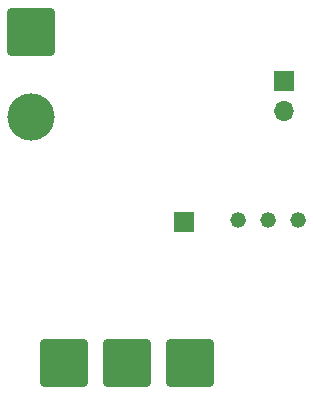
<source format=gbr>
G04 #@! TF.GenerationSoftware,KiCad,Pcbnew,(6.0.1)*
G04 #@! TF.CreationDate,2022-02-05T19:11:42-06:00*
G04 #@! TF.ProjectId,MCF8316A,4d434638-3331-4364-912e-6b696361645f,rev?*
G04 #@! TF.SameCoordinates,Original*
G04 #@! TF.FileFunction,Soldermask,Bot*
G04 #@! TF.FilePolarity,Negative*
%FSLAX46Y46*%
G04 Gerber Fmt 4.6, Leading zero omitted, Abs format (unit mm)*
G04 Created by KiCad (PCBNEW (6.0.1)) date 2022-02-05 19:11:42*
%MOMM*%
%LPD*%
G01*
G04 APERTURE LIST*
G04 Aperture macros list*
%AMRoundRect*
0 Rectangle with rounded corners*
0 $1 Rounding radius*
0 $2 $3 $4 $5 $6 $7 $8 $9 X,Y pos of 4 corners*
0 Add a 4 corners polygon primitive as box body*
4,1,4,$2,$3,$4,$5,$6,$7,$8,$9,$2,$3,0*
0 Add four circle primitives for the rounded corners*
1,1,$1+$1,$2,$3*
1,1,$1+$1,$4,$5*
1,1,$1+$1,$6,$7*
1,1,$1+$1,$8,$9*
0 Add four rect primitives between the rounded corners*
20,1,$1+$1,$2,$3,$4,$5,0*
20,1,$1+$1,$4,$5,$6,$7,0*
20,1,$1+$1,$6,$7,$8,$9,0*
20,1,$1+$1,$8,$9,$2,$3,0*%
G04 Aperture macros list end*
%ADD10RoundRect,0.250000X-1.750000X-1.750000X1.750000X-1.750000X1.750000X1.750000X-1.750000X1.750000X0*%
%ADD11R,1.700000X1.700000*%
%ADD12O,1.700000X1.700000*%
%ADD13RoundRect,0.250000X-1.750000X1.750000X-1.750000X-1.750000X1.750000X-1.750000X1.750000X1.750000X0*%
%ADD14C,4.000000*%
%ADD15C,1.320800*%
G04 APERTURE END LIST*
D10*
G04 #@! TO.C,J1*
X146812000Y-116078000D03*
G04 #@! TD*
D11*
G04 #@! TO.C,J4*
X165455600Y-92247800D03*
D12*
X165455600Y-94787800D03*
G04 #@! TD*
D13*
G04 #@! TO.C,J6*
X144018000Y-88094000D03*
D14*
X144018000Y-95294000D03*
G04 #@! TD*
D10*
G04 #@! TO.C,J2*
X152146000Y-116078000D03*
G04 #@! TD*
G04 #@! TO.C,J3*
X157480000Y-116078000D03*
G04 #@! TD*
D15*
G04 #@! TO.C,VR1*
X166624000Y-103949500D03*
X164084000Y-103949500D03*
X161544000Y-103949500D03*
G04 #@! TD*
D11*
G04 #@! TO.C,J5*
X156972000Y-104140000D03*
G04 #@! TD*
M02*

</source>
